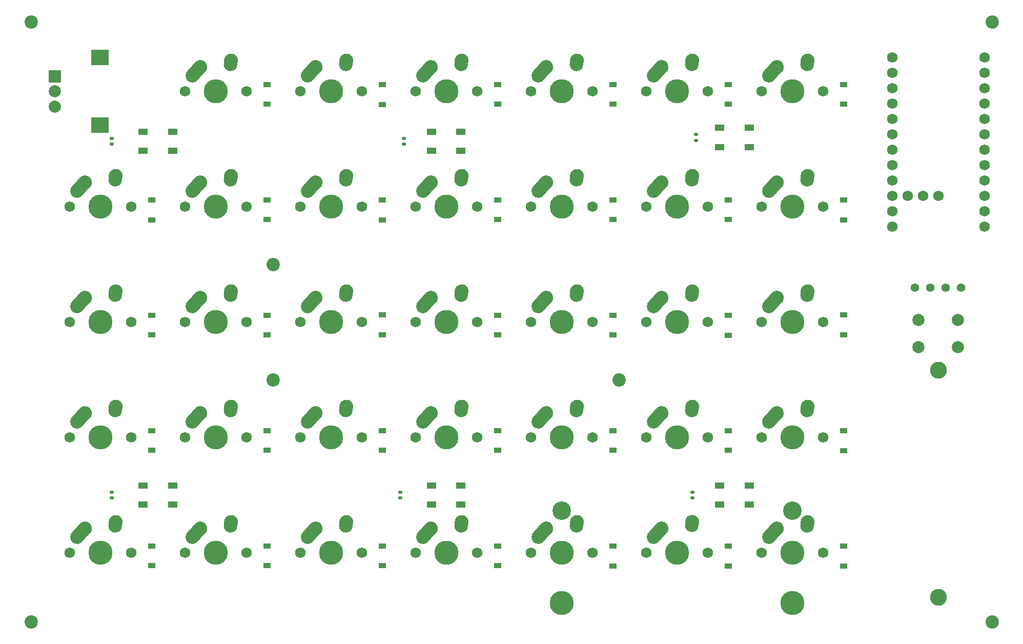
<source format=gbs>
%TF.GenerationSoftware,KiCad,Pcbnew,(6.0.1)*%
%TF.CreationDate,2022-04-05T18:42:57+02:00*%
%TF.ProjectId,Keyboard Left Hand Side,4b657962-6f61-4726-9420-4c6566742048,rev?*%
%TF.SameCoordinates,Original*%
%TF.FileFunction,Soldermask,Bot*%
%TF.FilePolarity,Negative*%
%FSLAX46Y46*%
G04 Gerber Fmt 4.6, Leading zero omitted, Abs format (unit mm)*
G04 Created by KiCad (PCBNEW (6.0.1)) date 2022-04-05 18:42:57*
%MOMM*%
%LPD*%
G01*
G04 APERTURE LIST*
G04 Aperture macros list*
%AMRoundRect*
0 Rectangle with rounded corners*
0 $1 Rounding radius*
0 $2 $3 $4 $5 $6 $7 $8 $9 X,Y pos of 4 corners*
0 Add a 4 corners polygon primitive as box body*
4,1,4,$2,$3,$4,$5,$6,$7,$8,$9,$2,$3,0*
0 Add four circle primitives for the rounded corners*
1,1,$1+$1,$2,$3*
1,1,$1+$1,$4,$5*
1,1,$1+$1,$6,$7*
1,1,$1+$1,$8,$9*
0 Add four rect primitives between the rounded corners*
20,1,$1+$1,$2,$3,$4,$5,0*
20,1,$1+$1,$4,$5,$6,$7,0*
20,1,$1+$1,$6,$7,$8,$9,0*
20,1,$1+$1,$8,$9,$2,$3,0*%
%AMHorizOval*
0 Thick line with rounded ends*
0 $1 width*
0 $2 $3 position (X,Y) of the first rounded end (center of the circle)*
0 $4 $5 position (X,Y) of the second rounded end (center of the circle)*
0 Add line between two ends*
20,1,$1,$2,$3,$4,$5,0*
0 Add two circle primitives to create the rounded ends*
1,1,$1,$2,$3*
1,1,$1,$4,$5*%
G04 Aperture macros list end*
%ADD10C,1.750000*%
%ADD11C,3.987800*%
%ADD12C,2.250000*%
%ADD13HorizOval,2.250000X0.655001X0.730000X-0.655001X-0.730000X0*%
%ADD14HorizOval,2.250000X0.020000X0.290000X-0.020000X-0.290000X0*%
%ADD15C,2.200000*%
%ADD16C,1.397000*%
%ADD17C,3.048000*%
%ADD18R,2.000000X2.000000*%
%ADD19C,2.000000*%
%ADD20R,3.000000X2.500000*%
%ADD21C,1.752600*%
%ADD22RoundRect,0.140000X-0.170000X0.140000X-0.170000X-0.140000X0.170000X-0.140000X0.170000X0.140000X0*%
%ADD23R,1.200000X0.900000*%
%ADD24C,2.800000*%
%ADD25R,1.500000X1.000000*%
G04 APERTURE END LIST*
D10*
X84455000Y-51435000D03*
D11*
X89535000Y-51435000D03*
D10*
X94615000Y-51435000D03*
D12*
X87035000Y-47435000D03*
D13*
X86380001Y-48165000D03*
D12*
X92075000Y-46355000D03*
D14*
X92055000Y-46645000D03*
D10*
X46355000Y-70485000D03*
D11*
X51435000Y-70485000D03*
D10*
X56515000Y-70485000D03*
D13*
X48280001Y-67215000D03*
D12*
X48935000Y-66485000D03*
D14*
X53955000Y-65695000D03*
D12*
X53975000Y-65405000D03*
D11*
X89535000Y-89535000D03*
D10*
X94615000Y-89535000D03*
X84455000Y-89535000D03*
D13*
X86380001Y-86265000D03*
D12*
X87035000Y-85535000D03*
X92075000Y-84455000D03*
D14*
X92055000Y-84745000D03*
D10*
X103505000Y-51435000D03*
D11*
X108585000Y-51435000D03*
D10*
X113665000Y-51435000D03*
D13*
X105430001Y-48165000D03*
D12*
X106085000Y-47435000D03*
D14*
X111105000Y-46645000D03*
D12*
X111125000Y-46355000D03*
D10*
X75565000Y-127635000D03*
D11*
X70485000Y-127635000D03*
D10*
X65405000Y-127635000D03*
D12*
X67985000Y-123635000D03*
D13*
X67330001Y-124365000D03*
D12*
X73025000Y-122555000D03*
D14*
X73005000Y-122845000D03*
D11*
X108585000Y-108585000D03*
D10*
X113665000Y-108585000D03*
X103505000Y-108585000D03*
D13*
X105430001Y-105315000D03*
D12*
X106085000Y-104585000D03*
D14*
X111105000Y-103795000D03*
D12*
X111125000Y-103505000D03*
D10*
X132715000Y-70485000D03*
X122555000Y-70485000D03*
D11*
X127635000Y-70485000D03*
D12*
X125135000Y-66485000D03*
D13*
X124480001Y-67215000D03*
D14*
X130155000Y-65695000D03*
D12*
X130175000Y-65405000D03*
D10*
X141605000Y-51435000D03*
X151765000Y-51435000D03*
D11*
X146685000Y-51435000D03*
D12*
X144185000Y-47435000D03*
D13*
X143530001Y-48165000D03*
D12*
X149225000Y-46355000D03*
D14*
X149205000Y-46645000D03*
D11*
X51435000Y-108585000D03*
D10*
X46355000Y-108585000D03*
X56515000Y-108585000D03*
D12*
X48935000Y-104585000D03*
D13*
X48280001Y-105315000D03*
D12*
X53975000Y-103505000D03*
D14*
X53955000Y-103795000D03*
D10*
X103505000Y-89535000D03*
X113665000Y-89535000D03*
D11*
X108585000Y-89535000D03*
D12*
X106085000Y-85535000D03*
D13*
X105430001Y-86265000D03*
D12*
X111125000Y-84455000D03*
D14*
X111105000Y-84745000D03*
D10*
X46355000Y-127635000D03*
D11*
X51435000Y-127635000D03*
D10*
X56515000Y-127635000D03*
D13*
X48280001Y-124365000D03*
D12*
X48935000Y-123635000D03*
D14*
X53955000Y-122845000D03*
D12*
X53975000Y-122555000D03*
D10*
X113665000Y-127635000D03*
X103505000Y-127635000D03*
D11*
X108585000Y-127635000D03*
D13*
X105430001Y-124365000D03*
D12*
X106085000Y-123635000D03*
X111125000Y-122555000D03*
D14*
X111105000Y-122845000D03*
D11*
X165735000Y-89535000D03*
D10*
X170815000Y-89535000D03*
X160655000Y-89535000D03*
D12*
X163235000Y-85535000D03*
D13*
X162580001Y-86265000D03*
D12*
X168275000Y-84455000D03*
D14*
X168255000Y-84745000D03*
D15*
X137160000Y-99060000D03*
X40005000Y-139065000D03*
D11*
X146685000Y-70485000D03*
D10*
X141605000Y-70485000D03*
X151765000Y-70485000D03*
D13*
X143530001Y-67215000D03*
D12*
X144185000Y-66485000D03*
X149225000Y-65405000D03*
D14*
X149205000Y-65695000D03*
D16*
X193665000Y-83820000D03*
X191125000Y-83820000D03*
X188585000Y-83820000D03*
X186045000Y-83820000D03*
D11*
X70485000Y-108585000D03*
D10*
X75565000Y-108585000D03*
X65405000Y-108585000D03*
D12*
X67985000Y-104585000D03*
D13*
X67330001Y-105315000D03*
D14*
X73005000Y-103795000D03*
D12*
X73025000Y-103505000D03*
D11*
X70485000Y-70485000D03*
D10*
X75565000Y-70485000D03*
X65405000Y-70485000D03*
D13*
X67330001Y-67215000D03*
D12*
X67985000Y-66485000D03*
D14*
X73005000Y-65695000D03*
D12*
X73025000Y-65405000D03*
D11*
X70485000Y-51435000D03*
D10*
X65405000Y-51435000D03*
X75565000Y-51435000D03*
D13*
X67330001Y-48165000D03*
D12*
X67985000Y-47435000D03*
X73025000Y-46355000D03*
D14*
X73005000Y-46645000D03*
D10*
X122555000Y-51435000D03*
D11*
X127635000Y-51435000D03*
D10*
X132715000Y-51435000D03*
D12*
X125135000Y-47435000D03*
D13*
X124480001Y-48165000D03*
D12*
X130175000Y-46355000D03*
D14*
X130155000Y-46645000D03*
D15*
X80010000Y-80010000D03*
D10*
X151765000Y-89535000D03*
X141605000Y-89535000D03*
D11*
X146685000Y-89535000D03*
D12*
X144185000Y-85535000D03*
D13*
X143530001Y-86265000D03*
D12*
X149225000Y-84455000D03*
D14*
X149205000Y-84745000D03*
D10*
X132715000Y-89535000D03*
D11*
X127635000Y-89535000D03*
D10*
X122555000Y-89535000D03*
D12*
X125135000Y-85535000D03*
D13*
X124480001Y-86265000D03*
D14*
X130155000Y-84745000D03*
D12*
X130175000Y-84455000D03*
D10*
X132715000Y-108585000D03*
X122555000Y-108585000D03*
D11*
X127635000Y-108585000D03*
D13*
X124480001Y-105315000D03*
D12*
X125135000Y-104585000D03*
D14*
X130155000Y-103795000D03*
D12*
X130175000Y-103505000D03*
D11*
X70485000Y-89535000D03*
D10*
X75565000Y-89535000D03*
X65405000Y-89535000D03*
D13*
X67330001Y-86265000D03*
D12*
X67985000Y-85535000D03*
X73025000Y-84455000D03*
D14*
X73005000Y-84745000D03*
D11*
X108585000Y-70485000D03*
D10*
X103505000Y-70485000D03*
X113665000Y-70485000D03*
D13*
X105430001Y-67215000D03*
D12*
X106085000Y-66485000D03*
X111125000Y-65405000D03*
D14*
X111105000Y-65695000D03*
D15*
X198755000Y-139065000D03*
X40005000Y-40005000D03*
D10*
X170815000Y-51435000D03*
D11*
X165735000Y-51435000D03*
D10*
X160655000Y-51435000D03*
D12*
X163235000Y-47435000D03*
D13*
X162580001Y-48165000D03*
D14*
X168255000Y-46645000D03*
D12*
X168275000Y-46355000D03*
D10*
X151765000Y-108585000D03*
X141605000Y-108585000D03*
D11*
X146685000Y-108585000D03*
D12*
X144185000Y-104585000D03*
D13*
X143530001Y-105315000D03*
D14*
X149205000Y-103795000D03*
D12*
X149225000Y-103505000D03*
D10*
X141609400Y-127627200D03*
D11*
X127639400Y-135882200D03*
D10*
X151769400Y-127627200D03*
D11*
X165739400Y-135882200D03*
D17*
X127639400Y-120642200D03*
D11*
X146689400Y-127627200D03*
D17*
X165739400Y-120642200D03*
D13*
X143534401Y-124357200D03*
D12*
X144189400Y-123627200D03*
X149229400Y-122547200D03*
D14*
X149209400Y-122837200D03*
D11*
X89535000Y-70485000D03*
D10*
X84455000Y-70485000D03*
X94615000Y-70485000D03*
D12*
X87035000Y-66485000D03*
D13*
X86380001Y-67215000D03*
D14*
X92055000Y-65695000D03*
D12*
X92075000Y-65405000D03*
D18*
X43919800Y-48935000D03*
D19*
X43919800Y-53935000D03*
X43919800Y-51435000D03*
D20*
X51419800Y-45835000D03*
X51419800Y-57035000D03*
D15*
X198755000Y-40005000D03*
D11*
X89535000Y-127635000D03*
D10*
X94615000Y-127635000D03*
X84455000Y-127635000D03*
D13*
X86380001Y-124365000D03*
D12*
X87035000Y-123635000D03*
D14*
X92055000Y-122845000D03*
D12*
X92075000Y-122555000D03*
D11*
X165735000Y-127635000D03*
D10*
X160655000Y-127635000D03*
X170815000Y-127635000D03*
D13*
X162580001Y-124365000D03*
D12*
X163235000Y-123635000D03*
D14*
X168255000Y-122845000D03*
D12*
X168275000Y-122555000D03*
D19*
X186615000Y-89190000D03*
X193115000Y-89190000D03*
X186615000Y-93690000D03*
X193115000Y-93690000D03*
D11*
X127635000Y-127635000D03*
D10*
X132715000Y-127635000D03*
X122555000Y-127635000D03*
D13*
X124480001Y-124365000D03*
D12*
X125135000Y-123635000D03*
X130175000Y-122555000D03*
D14*
X130155000Y-122845000D03*
D10*
X160655000Y-70485000D03*
X170815000Y-70485000D03*
D11*
X165735000Y-70485000D03*
D12*
X163235000Y-66485000D03*
D13*
X162580001Y-67215000D03*
D12*
X168275000Y-65405000D03*
D14*
X168255000Y-65695000D03*
D15*
X80010000Y-99060000D03*
D21*
X182245000Y-45801750D03*
X182245000Y-48341750D03*
X182245000Y-50881750D03*
X182245000Y-53421750D03*
X182245000Y-55961750D03*
X182245000Y-58501750D03*
X182245000Y-61041750D03*
X182245000Y-63581750D03*
X182245000Y-66121750D03*
X182245000Y-68661750D03*
X182245000Y-71201750D03*
X182245000Y-73741750D03*
X197485000Y-73741750D03*
X197485000Y-71201750D03*
X197485000Y-68661750D03*
X197485000Y-66121750D03*
X197485000Y-63581750D03*
X197485000Y-61041750D03*
X197485000Y-58501750D03*
X197485000Y-55961750D03*
X197485000Y-53421750D03*
X197485000Y-50881750D03*
X197485000Y-48341750D03*
X197485000Y-45801750D03*
X184785000Y-68661750D03*
X187325000Y-68661750D03*
X189865000Y-68661750D03*
D10*
X46355000Y-89535000D03*
X56515000Y-89535000D03*
D11*
X51435000Y-89535000D03*
D12*
X48935000Y-85535000D03*
D13*
X48280001Y-86265000D03*
D12*
X53975000Y-84455000D03*
D14*
X53955000Y-84745000D03*
D11*
X89535000Y-108585000D03*
D10*
X84455000Y-108585000D03*
X94615000Y-108585000D03*
D12*
X87035000Y-104585000D03*
D13*
X86380001Y-105315000D03*
D12*
X92075000Y-103505000D03*
D14*
X92055000Y-103795000D03*
D10*
X160655000Y-108585000D03*
X170815000Y-108585000D03*
D11*
X165735000Y-108585000D03*
D13*
X162580001Y-105315000D03*
D12*
X163235000Y-104585000D03*
X168275000Y-103505000D03*
D14*
X168255000Y-103795000D03*
D22*
X149860000Y-58575000D03*
X149860000Y-59535000D03*
X53340000Y-59210000D03*
X53340000Y-60170000D03*
X101600000Y-59210000D03*
X101600000Y-60170000D03*
D23*
X174260000Y-129800000D03*
X174260000Y-126500000D03*
X59960000Y-91685000D03*
X59960000Y-88385000D03*
D24*
X189865000Y-134955000D03*
X189865000Y-97455000D03*
D25*
X106135000Y-61290000D03*
X106135000Y-58090000D03*
X111035000Y-58090000D03*
X111035000Y-61290000D03*
D23*
X155210000Y-53585000D03*
X155210000Y-50285000D03*
X174250000Y-91670000D03*
X174250000Y-88370000D03*
X98060000Y-110735000D03*
X98060000Y-107435000D03*
X117110000Y-53585000D03*
X117110000Y-50285000D03*
X155210000Y-110735000D03*
X155210000Y-107435000D03*
X59960000Y-72640000D03*
X59960000Y-69340000D03*
X117110000Y-91685000D03*
X117110000Y-88385000D03*
X98080000Y-72640000D03*
X98080000Y-69340000D03*
D25*
X153760000Y-60655000D03*
X153760000Y-57455000D03*
X158660000Y-57455000D03*
X158660000Y-60655000D03*
D23*
X59960000Y-129785000D03*
X59960000Y-126485000D03*
X117110000Y-72635000D03*
X117110000Y-69335000D03*
D25*
X111035000Y-116510000D03*
X111035000Y-119710000D03*
X106135000Y-119710000D03*
X106135000Y-116510000D03*
D23*
X155220000Y-129790000D03*
X155220000Y-126490000D03*
X136160000Y-72635000D03*
X136160000Y-69335000D03*
X79010000Y-91685000D03*
X79010000Y-88385000D03*
X136160000Y-129790000D03*
X136160000Y-126490000D03*
X136160000Y-91685000D03*
X136160000Y-88385000D03*
X59960000Y-110735000D03*
X59960000Y-107435000D03*
X98050000Y-53590000D03*
X98050000Y-50290000D03*
X79010000Y-129785000D03*
X79010000Y-126485000D03*
X79010000Y-53585000D03*
X79010000Y-50285000D03*
D22*
X149225000Y-117630000D03*
X149225000Y-118590000D03*
D25*
X63410000Y-116510000D03*
X63410000Y-119710000D03*
X58510000Y-119710000D03*
X58510000Y-116510000D03*
D23*
X79010000Y-72635000D03*
X79010000Y-69335000D03*
X136160000Y-110735000D03*
X136160000Y-107435000D03*
X98060000Y-91670000D03*
X98060000Y-88370000D03*
X155210000Y-91690000D03*
X155210000Y-88390000D03*
X174250000Y-110740000D03*
X174250000Y-107440000D03*
X136160000Y-53585000D03*
X136160000Y-50285000D03*
D25*
X158660000Y-116510000D03*
X158660000Y-119710000D03*
X153760000Y-119710000D03*
X153760000Y-116510000D03*
D23*
X174270000Y-72640000D03*
X174270000Y-69340000D03*
D22*
X100965000Y-117630000D03*
X100965000Y-118590000D03*
D25*
X58510000Y-61290000D03*
X58510000Y-58090000D03*
X63410000Y-58090000D03*
X63410000Y-61290000D03*
D23*
X117110000Y-110735000D03*
X117110000Y-107435000D03*
X174260000Y-53585000D03*
X174260000Y-50285000D03*
X155210000Y-72635000D03*
X155210000Y-69335000D03*
D22*
X53340000Y-117630000D03*
X53340000Y-118590000D03*
D23*
X79010000Y-110735000D03*
X79010000Y-107435000D03*
X98060000Y-129785000D03*
X98060000Y-126485000D03*
X117110000Y-129785000D03*
X117110000Y-126485000D03*
M02*

</source>
